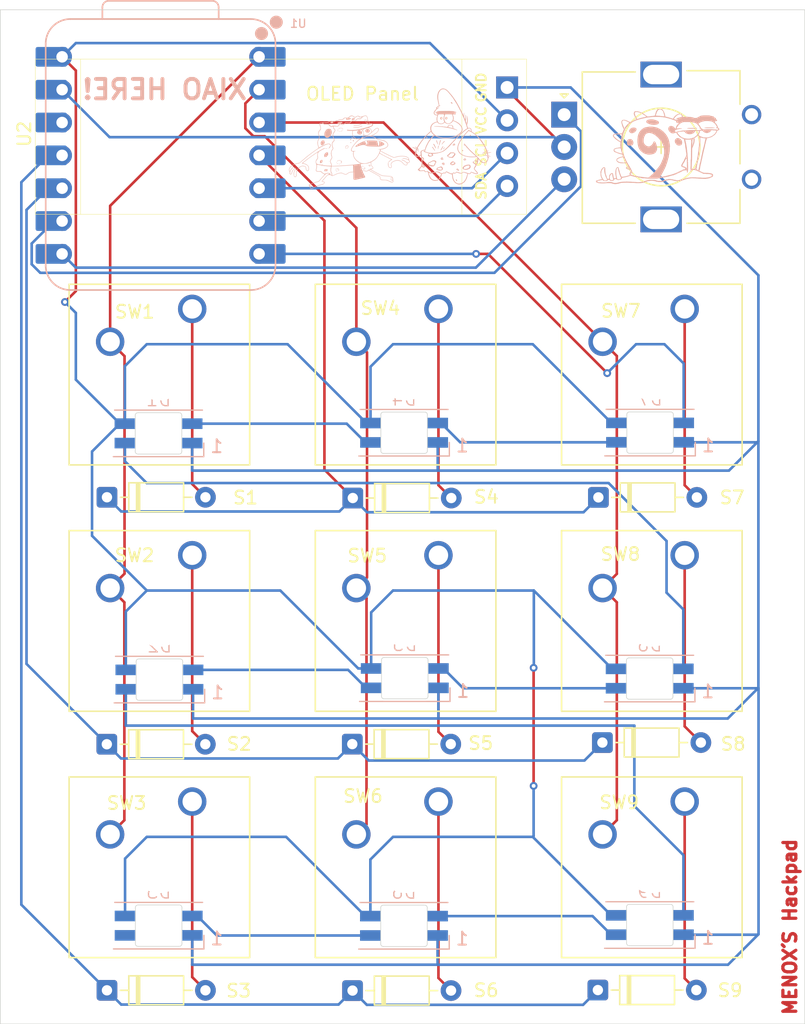
<source format=kicad_pcb>
(kicad_pcb (version 20241229) (generator "pcbnew") (generator_version "9.0")
  (layers (0 "F.Cu" signal) (2 "B.Cu" signal) (13 "F.Paste" user) (15 "B.Paste" user) (5 "F.SilkS" user "F.Silkscreen") (7 "B.SilkS" user "B.Silkscreen") (1 "F.Mask" user) (3 "B.Mask" user) (25 "Edge.Cuts" user))
  (net 0 "")
  (net 1 "RotEncB")
  (net 2 "RotEncA")
  (net 3 "SDA")
  (net 4 "SCL")
  (net 5 "Net-(D1-DIN)")
  (net 6 "Net-(D2-DIN)")
  (net 8 "Net-(D3-DIN)")
  (net 9 "Net-(D4-DIN)")
  (net 10 "Net-(D5-DIN)")
  (net 11 "Net-(D6-DIN)")
  (net 12 "Net-(D1-DOUT)")
  (net 13 "LEDS")
  (net 14 "GND")
  (net 15 "VBUS")
  (net 16 "Net-(D2-DOUT)")
  (net 17 "ROW1")
  (net 18 "Net-(S1-A)")
  (net 19 "ROW2")
  (net 20 "Net-(S2-A)")
  (net 21 "ROW3")
  (net 22 "Net-(S3-A)")
  (net 23 "Net-(S4-A)")
  (net 24 "Net-(S5-A)")
  (net 25 "Net-(S6-A)")
  (net 26 "Net-(S7-A)")
  (net 27 "Net-(S8-A)")
  (net 28 "Net-(S9-A)")
  (net 29 "COL1")
  (net 30 "COL2")
  (net 31 "COL3")
  (net 32 "+3V3")
  (footprint "Diode_THT:D_DO-35_SOD27_P7.62mm_Horizontal" (layer "F.Cu") (at 64.99 92.88)
    (property "Reference" "S2" (at 10.24 -0.02 0) (layer "F.SilkS"))
    (property "Value" "1N4148" (hide yes))
    (pad "1" thru_hole roundrect (at 0 0) (size 1.6 1.6) (drill 0.8) (layers "*.Cu" "*.Mask") (roundrect_rratio 0.15625) (net 19 "ROW2"))
    (pad "2" thru_hole circle (at 7.62 0) (size 1.6 1.6) (drill 0.8) (layers "*.Cu" "*.Mask") (net 20 "Net-(S2-A)"))
  )
  (footprint "Diode_THT:D_DO-35_SOD27_P7.62mm_Horizontal" (layer "F.Cu") (at 84.02 73.84)
    (property "Reference" "S4" (at 10.33 -0.09 0) (layer "F.SilkS"))
    (property "Value" "1N4148" (hide yes))
    (pad "1" thru_hole roundrect (at 0 0) (size 1.6 1.6) (drill 0.8) (layers "*.Cu" "*.Mask") (roundrect_rratio 0.15625) (net 17 "ROW1"))
    (pad "2" thru_hole circle (at 7.62 0) (size 1.6 1.6) (drill 0.8) (layers "*.Cu" "*.Mask") (net 23 "Net-(S4-A)"))
  )
  (footprint "oled:SSD1306-0.91-OLED-4pin-128x32" (layer "F.Cu") (at 59.46 39.9)
    (property "Reference" "U2" (at -0.85 5.78 90) (layer "F.SilkS"))
    (property "Value" "OLED_0.96_I2C" (hide yes))
    (fp_text user "VCC" (at 34.5 4.73 270) (layer "F.SilkS") (effects (font (size 0.75 0.75))))
    (fp_text user "OLED Panel" (at 25.3 2.68 0) (layer "F.SilkS"))
    (fp_text user "SDA" (at 34.5 9.81 270) (layer "F.SilkS") (effects (font (size 0.75 0.75))))
    (fp_text user "SCL" (at 34.5 7.27 270) (layer "F.SilkS") (effects (font (size 0.75 0.75))))
    (fp_text user "GND" (at 34.5 2.19 270) (layer "F.SilkS") (effects (font (size 0.75 0.75))))
    (pad "1" thru_hole rect (at 36.5 2.19) (size 1.7 1.7) (drill 1) (layers "*.Cu" "*.Mask") (net 14 "GND"))
    (pad "2" thru_hole oval (at 36.5 4.73) (size 1.7 1.7) (drill 1) (layers "*.Cu" "*.Mask") (net 15 "VBUS"))
    (pad "3" thru_hole oval (at 36.5 7.27) (size 1.7 1.7) (drill 1) (layers "*.Cu" "*.Mask") (net 3 "SDA"))
    (pad "4" thru_hole oval (at 36.5 9.81) (size 1.7 1.7) (drill 1) (layers "*.Cu" "*.Mask") (net 4 "SCL"))
  )
  (footprint "Diode_THT:D_DO-35_SOD27_P7.62mm_Horizontal" (layer "F.Cu") (at 65 111.91)
    (property "Reference" "S3" (at 10.19 0.03 0) (layer "F.SilkS"))
    (property "Value" "1N4148" (hide yes))
    (pad "1" thru_hole roundrect (at 0 0) (size 1.6 1.6) (drill 0.8) (layers "*.Cu" "*.Mask") (roundrect_rratio 0.15625) (net 21 "ROW3"))
    (pad "2" thru_hole circle (at 7.62 0) (size 1.6 1.6) (drill 0.8) (layers "*.Cu" "*.Mask") (net 22 "Net-(S3-A)"))
  )
  (footprint "Diode_THT:D_DO-35_SOD27_P7.62mm_Horizontal" (layer "F.Cu") (at 83.98 92.87)
    (property "Reference" "S5" (at 9.94 -0.07 0) (layer "F.SilkS"))
    (property "Value" "1N4148" (hide yes))
    (pad "1" thru_hole roundrect (at 0 0) (size 1.6 1.6) (drill 0.8) (layers "*.Cu" "*.Mask") (roundrect_rratio 0.15625) (net 19 "ROW2"))
    (pad "2" thru_hole circle (at 7.62 0) (size 1.6 1.6) (drill 0.8) (layers "*.Cu" "*.Mask") (net 24 "Net-(S5-A)"))
  )
  (footprint "Diode_THT:D_DO-35_SOD27_P7.62mm_Horizontal" (layer "F.Cu") (at 103.02 73.79)
    (property "Reference" "S7" (at 10.35 0.01 0) (layer "F.SilkS"))
    (property "Value" "1N4148" (hide yes))
    (pad "1" thru_hole roundrect (at 0 0) (size 1.6 1.6) (drill 0.8) (layers "*.Cu" "*.Mask") (roundrect_rratio 0.15625) (net 17 "ROW1"))
    (pad "2" thru_hole circle (at 7.62 0) (size 1.6 1.6) (drill 0.8) (layers "*.Cu" "*.Mask") (net 26 "Net-(S7-A)"))
  )
  (footprint "Button_Switch_Keyboard:SW_Cherry_MX_1.00u_PCB" (layer "F.Cu") (at 71.59625 97.31375)
    (property "Reference" "SW3" (at -5.07625 0.11625 0) (layer "F.SilkS"))
    (property "Value" "SW_Push")
    (pad "" np_thru_hole circle (at -7.62 5.08) (size 1.7 1.7) (drill 1.7) (layers "*.Cu" "*.Mask"))
    (pad "" np_thru_hole circle (at -2.54 5.08) (size 4 4) (drill 4) (layers "*.Cu" "*.Mask"))
    (pad "" np_thru_hole circle (at 2.54 5.08) (size 1.7 1.7) (drill 1.7) (layers "*.Cu" "*.Mask"))
    (pad "1" thru_hole circle (at 0 0) (size 2.2 2.2) (drill 1.5) (layers "*.Cu" "*.Mask") (net 22 "Net-(S3-A)"))
    (pad "2" thru_hole circle (at -6.35 2.54) (size 2.2 2.2) (drill 1.5) (layers "*.Cu" "*.Mask") (net 29 "COL1"))
  )
  (footprint "Button_Switch_Keyboard:SW_Cherry_MX_1.00u_PCB" (layer "F.Cu") (at 90.64625 97.31375)
    (property "Reference" "SW6" (at -5.83625 -0.42375 0) (layer "F.SilkS"))
    (property "Value" "SW_Push")
    (pad "" np_thru_hole circle (at -7.62 5.08) (size 1.7 1.7) (drill 1.7) (layers "*.Cu" "*.Mask"))
    (pad "" np_thru_hole circle (at -2.54 5.08) (size 4 4) (drill 4) (layers "*.Cu" "*.Mask"))
    (pad "" np_thru_hole circle (at 2.54 5.08) (size 1.7 1.7) (drill 1.7) (layers "*.Cu" "*.Mask"))
    (pad "1" thru_hole circle (at 0 0) (size 2.2 2.2) (drill 1.5) (layers "*.Cu" "*.Mask") (net 25 "Net-(S6-A)"))
    (pad "2" thru_hole circle (at -6.35 2.54) (size 2.2 2.2) (drill 1.5) (layers "*.Cu" "*.Mask") (net 30 "COL2"))
  )
  (footprint "Button_Switch_Keyboard:SW_Cherry_MX_1.00u_PCB" (layer "F.Cu") (at 71.59625 59.21375)
    (property "Reference" "SW1" (at -4.44625 0.22625 0) (layer "F.SilkS"))
    (property "Value" "SW_Push")
    (pad "" np_thru_hole circle (at -7.62 5.08) (size 1.7 1.7) (drill 1.7) (layers "*.Cu" "*.Mask"))
    (pad "" np_thru_hole circle (at -2.54 5.08) (size 4 4) (drill 4) (layers "*.Cu" "*.Mask"))
    (pad "" np_thru_hole circle (at 2.54 5.08) (size 1.7 1.7) (drill 1.7) (layers "*.Cu" "*.Mask"))
    (pad "1" thru_hole circle (at 0 0) (size 2.2 2.2) (drill 1.5) (layers "*.Cu" "*.Mask") (net 18 "Net-(S1-A)"))
    (pad "2" thru_hole circle (at -6.35 2.54) (size 2.2 2.2) (drill 1.5) (layers "*.Cu" "*.Mask") (net 29 "COL1"))
  )
  (footprint "Button_Switch_Keyboard:SW_Cherry_MX_1.00u_PCB" (layer "F.Cu") (at 71.59625 78.26375)
    (property "Reference" "SW2" (at -4.46625 0.00625 0) (layer "F.SilkS"))
    (property "Value" "SW_Push" (hide yes))
    (pad "" np_thru_hole circle (at -7.62 5.08) (size 1.7 1.7) (drill 1.7) (layers "*.Cu" "*.Mask"))
    (pad "" np_thru_hole circle (at -2.54 5.08) (size 4 4) (drill 4) (layers "*.Cu" "*.Mask"))
    (pad "" np_thru_hole circle (at 2.54 5.08) (size 1.7 1.7) (drill 1.7) (layers "*.Cu" "*.Mask"))
    (pad "1" thru_hole circle (at 0 0) (size 2.2 2.2) (drill 1.5) (layers "*.Cu" "*.Mask") (net 20 "Net-(S2-A)"))
    (pad "2" thru_hole circle (at -6.35 2.54) (size 2.2 2.2) (drill 1.5) (layers "*.Cu" "*.Mask") (net 29 "COL1"))
  )
  (footprint "Diode_THT:D_DO-35_SOD27_P7.62mm_Horizontal" (layer "F.Cu") (at 65 73.78)
    (property "Reference" "S1" (at 10.72 0.03 0) (layer "F.SilkS"))
    (property "Value" "1N4148" (hide yes))
    (pad "1" thru_hole roundrect (at 0 0) (size 1.6 1.6) (drill 0.8) (layers "*.Cu" "*.Mask") (roundrect_rratio 0.15625) (net 17 "ROW1"))
    (pad "2" thru_hole circle (at 7.62 0) (size 1.6 1.6) (drill 0.8) (layers "*.Cu" "*.Mask") (net 18 "Net-(S1-A)"))
  )
  (footprint "Button_Switch_Keyboard:SW_Cherry_MX_1.00u_PCB" (layer "F.Cu") (at 109.69625 59.21375)
    (property "Reference" "SW7" (at -4.93625 0.15625 0) (layer "F.SilkS"))
    (property "Value" "SW_Push")
    (pad "" np_thru_hole circle (at -7.62 5.08) (size 1.7 1.7) (drill 1.7) (layers "*.Cu" "*.Mask"))
    (pad "" np_thru_hole circle (at -2.54 5.08) (size 4 4) (drill 4) (layers "*.Cu" "*.Mask"))
    (pad "" np_thru_hole circle (at 2.54 5.08) (size 1.7 1.7) (drill 1.7) (layers "*.Cu" "*.Mask"))
    (pad "1" thru_hole circle (at 0 0) (size 2.2 2.2) (drill 1.5) (layers "*.Cu" "*.Mask") (net 26 "Net-(S7-A)"))
    (pad "2" thru_hole circle (at -6.35 2.54) (size 2.2 2.2) (drill 1.5) (layers "*.Cu" "*.Mask") (net 31 "COL3"))
  )
  (footprint "Rotary_Encoder:RotaryEncoder_Alps_EC11E_Vertical_H20mm" (layer "F.Cu") (at 100.375 44.19)
    (property "Reference" "SW10" (hide yes))
    (property "Value" "RotaryEncoder")
    (pad "" thru_hole circle (at 14.5 0) (size 1.5 1.5) (drill 1) (layers "*.Cu" "*.Mask"))
    (pad "" thru_hole circle (at 14.5 5) (size 1.5 1.5) (drill 1) (layers "*.Cu" "*.Mask"))
    (pad "A" thru_hole rect (at 0 0) (size 2 2) (drill 1) (layers "*.Cu" "*.Mask") (net 2 "RotEncA"))
    (pad "B" thru_hole circle (at 0 5) (size 2 2) (drill 1) (layers "*.Cu" "*.Mask") (net 1 "RotEncB"))
    (pad "C" thru_hole circle (at 0 2.5) (size 2 2) (drill 1) (layers "*.Cu" "*.Mask") (net 14 "GND"))
    (pad "MP" thru_hole rect (at 7.5 -3.1) (size 3.2 2) (drill oval 2.8 1.5) (layers "*.Cu" "*.Mask"))
    (pad "MP" thru_hole rect (at 7.5 8.1) (size 3.2 2) (drill oval 2.8 1.5) (layers "*.Cu" "*.Mask"))
  )
  (footprint "Diode_THT:D_DO-35_SOD27_P7.62mm_Horizontal" (layer "F.Cu") (at 103.33 92.75)
    (property "Reference" "S8" (at 10.12 0.11 0) (layer "F.SilkS"))
    (property "Value" "1N4148" (hide yes))
    (pad "1" thru_hole roundrect (at 0 0) (size 1.6 1.6) (drill 0.8) (layers "*.Cu" "*.Mask") (roundrect_rratio 0.15625) (net 19 "ROW2"))
    (pad "2" thru_hole circle (at 7.62 0) (size 1.6 1.6) (drill 0.8) (layers "*.Cu" "*.Mask") (net 27 "Net-(S8-A)"))
  )
  (footprint "Diode_THT:D_DO-35_SOD27_P7.62mm_Horizontal" (layer "F.Cu") (at 84 111.93)
    (property "Reference" "S6" (at 10.34 -0.02 0) (layer "F.SilkS"))
    (property "Value" "1N4148" (hide yes))
    (pad "1" thru_hole roundrect (at 0 0) (size 1.6 1.6) (drill 0.8) (layers "*.Cu" "*.Mask") (roundrect_rratio 0.15625) (net 21 "ROW3"))
    (pad "2" thru_hole circle (at 7.62 0) (size 1.6 1.6) (drill 0.8) (layers "*.Cu" "*.Mask") (net 25 "Net-(S6-A)"))
  )
  (footprint "Button_Switch_Keyboard:SW_Cherry_MX_1.00u_PCB" (layer "F.Cu") (at 109.69625 78.26375)
    (property "Reference" "SW8" (at -4.96625 -0.08375 0) (layer "F.SilkS"))
    (property "Value" "SW_Push" (hide yes))
    (pad "" np_thru_hole circle (at -7.62 5.08) (size 1.7 1.7) (drill 1.7) (layers "*.Cu" "*.Mask"))
    (pad "" np_thru_hole circle (at -2.54 5.08) (size 4 4) (drill 4) (layers "*.Cu" "*.Mask"))
    (pad "" np_thru_hole circle (at 2.54 5.08) (size 1.7 1.7) (drill 1.7) (layers "*.Cu" "*.Mask"))
    (pad "1" thru_hole circle (at 0 0) (size 2.2 2.2) (drill 1.5) (layers "*.Cu" "*.Mask") (net 27 "Net-(S8-A)"))
    (pad "2" thru_hole circle (at -6.35 2.54) (size 2.2 2.2) (drill 1.5) (layers "*.Cu" "*.Mask") (net 31 "COL3"))
  )
  (footprint "Button_Switch_Keyboard:SW_Cherry_MX_1.00u_PCB" (layer "F.Cu") (at 90.64625 59.21375)
    (property "Reference" "SW4" (at -4.48625 -0.05375 0) (layer "F.SilkS"))
    (property "Value" "SW_Push")
    (pad "" np_thru_hole circle (at -7.62 5.08) (size 1.7 1.7) (drill 1.7) (layers "*.Cu" "*.Mask"))
    (pad "" np_thru_hole circle (at -2.54 5.08) (size 4 4) (drill 4) (layers "*.Cu" "*.Mask"))
    (pad "" np_thru_hole circle (at 2.54 5.08) (size 1.7 1.7) (drill 1.7) (layers "*.Cu" "*.Mask"))
    (pad "1" thru_hole circle (at 0 0) (size 2.2 2.2) (drill 1.5) (layers "*.Cu" "*.Mask") (net 23 "Net-(S4-A)"))
    (pad "2" thru_hole circle (at -6.35 2.54) (size 2.2 2.2) (drill 1.5) (layers "*.Cu" "*.Mask") (net 30 "COL2"))
  )
  (footprint "Button_Switch_Keyboard:SW_Cherry_MX_1.00u_PCB" (layer "F.Cu") (at 109.69625 97.31375)
    (property "Reference" "SW9" (at -5.06625 0.06625 0) (layer "F.SilkS"))
    (property "Value" "SW_Push")
    (pad "" np_thru_hole circle (at -7.62 5.08) (size 1.7 1.7) (drill 1.7) (layers "*.Cu" "*.Mask"))
    (pad "" np_thru_hole circle (at -2.54 5.08) (size 4 4) (drill 4) (layers "*.Cu" "*.Mask"))
    (pad "" np_thru_hole circle (at 2.54 5.08) (size 1.7 1.7) (drill 1.7) (layers "*.Cu" "*.Mask"))
    (pad "1" thru_hole circle (at 0 0) (size 2.2 2.2) (drill 1.5) (layers "*.Cu" "*.Mask") (net 28 "Net-(S9-A)"))
    (pad "2" thru_hole circle (at -6.35 2.54) (size 2.2 2.2) (drill 1.5) (layers "*.Cu" "*.Mask") (net 31 "COL3"))
  )
  (footprint "Button_Switch_Keyboard:SW_Cherry_MX_1.00u_PCB" (layer "F.Cu") (at 90.64625 78.26375)
    (property "Reference" "SW5" (at -5.50625 0.03625 0) (layer "F.SilkS"))
    (property "Value" "SW_Push")
    (pad "" np_thru_hole circle (at -7.62 5.08) (size 1.7 1.7) (drill 1.7) (layers "*.Cu" "*.Mask"))
    (pad "" np_thru_hole circle (at -2.54 5.08) (size 4 4) (drill 4) (layers "*.Cu" "*.Mask"))
    (pad "" np_thru_hole circle (at 2.54 5.08) (size 1.7 1.7) (drill 1.7) (layers "*.Cu" "*.Mask"))
    (pad "1" thru_hole circle (at 0 0) (size 2.2 2.2) (drill 1.5) (layers "*.Cu" "*.Mask") (net 24 "Net-(S5-A)"))
    (pad "2" thru_hole circle (at -6.35 2.54) (size 2.2 2.2) (drill 1.5) (layers "*.Cu" "*.Mask") (net 30 "COL2"))
  )
  (footprint "Diode_THT:D_DO-35_SOD27_P7.62mm_Horizontal" (layer "F.Cu") (at 102.98 111.89)
    (property "Reference" "S9" (at 10.23 0.02 0) (layer "F.SilkS"))
    (property "Value" "1N4148" (hide yes))
    (pad "1" thru_hole roundrect (at 0 0) (size 1.6 1.6) (drill 0.8) (layers "*.Cu" "*.Mask") (roundrect_rratio 0.15625) (net 21 "ROW3"))
    (pad "2" thru_hole circle (at 7.62 0) (size 1.6 1.6) (drill 0.8) (layers "*.Cu" "*.Mask") (net 28 "Net-(S9-A)"))
  )
  (footprint "led:LED_SK6812MINI-E_PLCC4_3.2x2.8mm_P1.5mm" (layer "B.Cu") (at 106.99 87.8 180)
    (property "Reference" "D8" (at 0 2.6 0) (layer "B.SilkS") (effects (font (thickness 0.1)) (justify mirror)))
    (property "Value" "SK6812MINI" (hide yes))
    (fp_line (start 1.8 1.4) (end 1.8 -1.4) (stroke (width 0.05)) (layer "Edge.Cuts"))
    (fp_line (start -1.6 1.6) (end 1.6 1.6) (stroke (width 0.05)) (layer "Edge.Cuts"))
    (fp_line (start -1.6 -1.6) (end 1.6 -1.6) (stroke (width 0.05)) (layer "Edge.Cuts"))
    (fp_line (start -1.8 1.4) (end -1.8 -1.4) (stroke (width 0.05)) (layer "Edge.Cuts"))
    (fp_arc (start 1.8 1.4) (mid 1.741421 1.541421) (end 1.6 1.6) (stroke (width 0.05)) (layer "Edge.Cuts"))
    (fp_arc (start 1.6 -1.6) (mid 1.741421 -1.541421) (end 1.8 -1.4) (stroke (width 0.05)) (layer "Edge.Cuts"))
    (fp_arc (start -1.6 1.6) (mid -1.741421 1.541421) (end -1.8 1.4) (stroke (width 0.05)) (layer "Edge.Cuts"))
    (fp_arc (start -1.8 -1.4) (mid -1.741421 -1.541421) (end -1.6 -1.6) (stroke (width 0.05)) (layer "Edge.Cuts"))
    (fp_text user "1" (at -4.5 -1 0) (layer "B.SilkS") (effects (justify mirror)))
    (pad "1" smd rect (at -2.6 -0.75 180) (size 1.6 0.82) (layers "B.Cu" "B.Mask" "B.Paste") (net 14 "GND"))
    (pad "2" smd rect (at -2.6 0.75 180) (size 1.6 0.82) (layers "B.Cu" "B.Mask" "B.Paste") (net 12 "Net-(D1-DOUT)"))
    (pad "3" smd rect (at 2.6 0.75 180) (size 1.6 0.82) (layers "B.Cu" "B.Mask" "B.Paste") (net 15 "VBUS"))
    (pad "4" smd rect (at 2.6 -0.75 180) (size 1.6 0.82) (layers "B.Cu" "B.Mask" "B.Paste") (net 10 "Net-(D5-DIN)"))
  )
  (footprint "led:patrick" (layer "B.Cu") (at 91.68 45.88 180)
    (property "Reference" "G***" (hide yes))
    (property "Value" "LOGO" (hide yes))
  )
  (footprint "led:LED_SK6812MINI-E_PLCC4_3.2x2.8mm_P1.5mm" (layer "B.Cu") (at 87.99 68.79 180)
    (property "Reference" "D4" (at 0 2.6 0) (layer "B.SilkS") (effects (font (thickness 0.1)) (justify mirror)))
    (property "Value" "SK6812MINI" (hide yes))
    (fp_line (start 1.8 1.4) (end 1.8 -1.4) (stroke (width 0.05)) (layer "Edge.Cuts"))
    (fp_line (start -1.6 1.6) (end 1.6 1.6) (stroke (width 0.05)) (layer "Edge.Cuts"))
    (fp_line (start -1.6 -1.6) (end 1.6 -1.6) (stroke (width 0.05)) (layer "Edge.Cuts"))
    (fp_line (start -1.8 1.4) (end -1.8 -1.4) (stroke (width 0.05)) (layer "Edge.Cuts"))
    (fp_arc (start 1.8 1.4) (mid 1.741421 1.541421) (end 1.6 1.6) (stroke (width 0.05)) (layer "Edge.Cuts"))
    (fp_arc (start 1.6 -1.6) (mid 1.741421 -1.541421) (end 1.8 -1.4) (stroke (width 0.05)) (layer "Edge.Cuts"))
    (fp_arc (start -1.6 1.6) (mid -1.741421 1.541421) (end -1.8 1.4) (stroke (width 0.05)) (layer "Edge.Cuts"))
    (fp_arc (start -1.8 -1.4) (mid -1.741421 -1.541421) (end -1.6 -1.6) (stroke (width 0.05)) (layer "Edge.Cuts"))
    (fp_text user "1" (at -4.5 -1 0) (layer "B.SilkS") (effects (justify mirror)))
    (pad "1" smd rect (at -2.6 -0.75 180) (size 1.6 0.82) (layers "B.Cu" "B.Mask" "B.Paste") (net 14 "GND"))
    (pad "2" smd rect (at -2.6 0.75 180) (size 1.6 0.82) (layers "B.Cu" "B.Mask" "B.Paste") (net 9 "Net-(D4-DIN)"))
    (pad "3" smd rect (at 2.6 0.75 180) (size 1.6 0.82) (layers "B.Cu" "B.Mask" "B.Paste") (net 15 "VBUS"))
    (pad "4" smd rect (at 2.6 -0.75 180) (size 1.6 0.82) (layers "B.Cu" "B.Mask" "B.Paste") (net 5 "Net-(D1-DIN)"))
  )
  (footprint "led:spongebob" (layer "B.Cu") (at 83.75 47.09 180)
    (property "Reference" "G***" (hide yes))
    (property "Value" "LOGO" (hide yes))
  )
  (footprint "OPL_XIAO-Family:XIAO-RP2040-DIP" (layer "B.Cu") (at 69.15 47.34 180)
    (property "Reference" "U1" (at -10.65 10.19 0) (layer "B.SilkS") (effects (font (size 0.635 0.635) (thickness 0.1016)) (justify mirror)))
    (property "Value" "XIAO-RP2040-DIP")
    (pad "1" smd roundrect (at -8.455 7.62) (size 2.432 1.524) (layers "B.Cu" "B.Mask") (roundrect_rratio 0.1) (net 29 "COL1"))
    (pad "1" thru_hole circle (at -7.62 7.62) (size 1.524 1.524) (drill 0.889) (layers "*.Cu" "*.Mask") (net 29 "COL1"))
    (pad "2" smd roundrect (at -8.455 5.08) (size 2.432 1.524) (layers "B.Cu" "B.Mask") (roundrect_rratio 0.1) (net 30 "COL2"))
    (pad "2" thru_hole circle (at -7.62 5.08) (size 1.524 1.524) (drill 0.889) (layers "*.Cu" "*.Mask") (net 30 "COL2"))
    (pad "3" smd roundrect (at -8.455 2.54) (size 2.432 1.524) (layers "B.Cu" "B.Mask") (roundrect_rratio 0.1) (net 31 "COL3"))
    (pad "3" thru_hole circle (at -7.62 2.54) (size 1.524 1.524) (drill 0.889) (layers "*.Cu" "*.Mask") (net 31 "COL3"))
    (pad "4" smd roundrect (at -8.455 0) (size 2.432 1.524) (layers "B.Cu" "B.Mask") (roundrect_rratio 0.1) (net 17 "ROW1"))
    (pad "4" thru_hole circle (at -7.62 0) (size 1.524 1.524) (drill 0.889) (layers "*.Cu" "*.Mask") (net 17 "ROW1"))
    (pad "5" smd roundrect (at -8.455 -2.54) (size 2.432 1.524) (layers "B.Cu" "B.Mask") (roundrect_rratio 0.1) (net 3 "SDA"))
    (pad "5" thru_hole circle (at -7.62 -2.54) (size 1.524 1.524) (drill 0.889) (layers "*.Cu" "*.Mask") (net 3 "SDA"))
    (pad "6" smd roundrect (at -8.455 -5.08) (size 2.432 1.524) (layers "B.Cu" "B.Mask") (roundrect_rratio 0.1) (net 4 "SCL"))
    (pad "6" thru_hole circle (at -7.62 -5.08) (size 1.524 1.524) (drill 0.889) (layers "*.Cu" "*.Mask") (net 4 "SCL"))
    (pad "7" smd roundrect (at -8.455 -7.62) (size 2.432 1.524) (layers "B.Cu" "B.Mask") (roundrect_rratio 0.1) (net 13 "LEDS"))
    (pad "7" thru_hole circle (at -7.62 -7.62) (size 1.524 1.524) (drill 0.889) (layers "*.Cu" "*.Mask") (net 13 "LEDS"))
    (pad "8" thru_hole circle (at 7.62 -7.62 180) (size 1.524 1.524) (drill 0.889) (layers "*.Cu" "*.Mask") (net 1 "RotEncB"))
    (pad "8" smd roundrect (at 8.455 -7.62 180) (size 2.432 1.524) (layers "B.Cu" "B.Mask") (roundrect_rratio 0.1) (net 1 "RotEncB"))
    (pad "9" thru_hole circle (at 7.62 -5.08 180) (size 1.524 1.524) (drill 0.889) (layers "*.Cu" "*.Mask") (net 2 "RotEncA"))
    (pad "9" smd roundrect (at 8.455 -5.08 180) (size 2.432 1.524) (layers "B.Cu" "B.Mask") (roundrect_rratio 0.1) (net 2 "RotEncA"))
    (pad "10" thru_hole circle (at 7.62 -2.54 180) (size 1.524 1.524) (drill 0.889) (layers "*.Cu" "*.Mask") (net 19 "ROW2"))
    (pad "10" smd roundrect (at 8.455 -2.54 180) (size 2.432 1.524) (layers "B.Cu" "B.Mask") (roundrect_rratio 0.1) (net 19 "ROW2"))
    (pad "11" thru_hole circle (at 7.62 0 180) (size 1.524 1.524) (drill 0.889) (layers "*.Cu" "*.Mask") (net 21 "ROW3"))
    (pad "11" smd roundrect (at 8.455 0 180) (size 2.432 1.524) (layers "B.Cu" "B.Mask") (roundrect_rratio 0.1) (net 21 "ROW3"))
    (pad "12" thru_hole circle (at 7.62 2.54 180) (size 1.524 1.524) (drill 0.889) (layers "*.Cu" "*.Mask") (net 32 "+3V3"))
    (pad "12" smd roundrect (at 8.455 2.54 180) (size 2.432 1.524) (layers "B.Cu" "B.Mask") (roundrect_rratio 0.1) (net 32 "+3V3"))
    (pad "13" thru_hole circle (at 7.62 5.08 180) (size 1.524 1.524) (drill 0.889) (layers "*.Cu" "*.Mask") (net 14 "GND"))
    (pad "13" smd roundrect (at 8.455 5.08 180) (size 2.432 1.524) (layers "B.Cu" "B.Mask") (roundrect_rratio 0.1) (net 14 "GND"))
    (pad "14" thru_hole circle (at 7.62 7.62 180) (size 1.524 1.524) (drill 0.889) (layers "*.Cu" "*.Mask") (net 15 "VBUS"))
    (pad "14" smd roundrect (at 8.455 7.62 180) (size 2.432 1.524) (layers "B.Cu" "B.Mask") (roundrect_rratio 0.1) (net 15 "VBUS"))
  )
  (footprint "led:LED_SK6812MINI-E_PLCC4_3.2x2.8mm_P1.5mm" (layer "B.Cu") (at 107.02 68.78 180)
    (property "Reference" "D7" (at 0 2.6 0) (layer "B.SilkS") (effects (font (thickness 0.1)) (justify mirror)))
    (property "Value" "SK6812MINI" (hide yes))
    (fp_line (start 1.8 1.4) (end 1.8 -1.4) (stroke (width 0.05)) (layer "Edge.Cuts"))
    (fp_line (start -1.6 1.6) (end 1.6 1.6) (stroke (width 0.05)) (layer "Edge.Cuts"))
    (fp_line (start -1.6 -1.6) (end 1.6 -1.6) (stroke (width 0.05)) (layer "Edge.Cuts"))
    (fp_line (start -1.8 1.4) (end -1.8 -1.4) (stroke (width 0.05)) (layer "Edge.Cuts"))
    (fp_arc (start 1.8 1.4) (mid 1.741421 1.541421) (end 1.6 1.6) (stroke (width 0.05)) (layer "Edge.Cuts"))
    (fp_arc (start 1.6 -1.6) (mid 1.741421 -1.541421) (end 1.8 -1.4) (stroke (width 0.05)) (layer "Edge.Cuts"))
    (fp_arc (start -1.6 1.6) (mid -1.741421 1.541421) (end -1.8 1.4) (stroke (width 0.05)) (layer "Edge.Cuts"))
    (fp_arc (start -1.8 -1.4) (mid -1.741421 -1.541421) (end -1.6 -1.6) (stroke (width 0.05)) (layer "Edge.Cuts"))
    (fp_text user "1" (at -4.5 -1 0) (layer "B.SilkS") (effects (justify mirror)))
    (pad "1" smd rect (at -2.6 -0.75 180) (size 1.6 0.82) (layers "B.Cu" "B.Mask" "B.Paste") (net 14 "GND"))
    (pad "2" smd rect (at -2.6 0.75 180) (size 1.6 0.82) (layers "B.Cu" "B.Mask" "B.Paste") (net 13 "LEDS"))
    (pad "3" smd rect (at 2.6 0.75 180) (size 1.6 0.82) (layers "B.Cu" "B.Mask" "B.Paste") (net 15 "VBUS"))
    (pad "4" smd rect (at 2.6 -0.75 180) (size 1.6 0.82) (layers "B.Cu" "B.Mask" "B.Paste") (net 9 "Net-(D4-DIN)"))
  )
  (footprint "led:LED_SK6812MINI-E_PLCC4_3.2x2.8mm_P1.5mm" (layer "B.Cu") (at 88.04 87.77 180)
    (property "Reference" "D5" (at 0 2.6 0) (layer "B.SilkS") (effects (font (thickness 0.1)) (justify mirror)))
    (property "Value" "SK6812MINI" (hide yes))
    (fp_line (start 1.8 1.4) (end 1.8 -1.4) (stroke (width 0.05)) (layer "Edge.Cuts"))
    (fp_line (start -1.6 1.6) (end 1.6 1.6) (stroke (width 0.05)) (layer "Edge.Cuts"))
    (fp_line (start -1.6 -1.6) (end 1.6 -1.6) (stroke (width 0.05)) (layer "Edge.Cuts"))
    (fp_line (start -1.8 1.4) (end -1.8 -1.4) (stroke (width 0.05)) (layer "Edge.Cuts"))
    (fp_arc (start 1.8 1.4) (mid 1.741421 1.541421) (end 1.6 1.6) (stroke (width 0.05)) (layer "Edge.Cuts"))
    (fp_arc (start 1.6 -1.6) (mid 1.741421 -1.541421) (end 1.8 -1.4) (stroke (width 0.05)) (layer "Edge.Cuts"))
    (fp_arc (start -1.6 1.6) (mid -1.741421 1.541421) (end -1.8 1.4) (stroke (width 0.05)) (layer "Edge.Cuts"))
    (fp_arc (start -1.8 -1.4) (mid -1.741421 -1.541421) (end -1.6 -1.6) (stroke (width 0.05)) (layer "Edge.Cuts"))
    (fp_text user "1" (at -4.5 -1 0) (layer "B.SilkS") (effects (justify mirror)))
    (pad "1" smd rect (at -2.6 -0.75 180) (size 1.6 0.82) (layers "B.Cu" "B.Mask" "B.Paste") (net 14 "GND"))
    (pad "2" smd rect (at -2.6 0.75 180) (size 1.6 0.82) (layers "B.Cu" "B.Mask" "B.Paste") (net 10 "Net-(D5-DIN)"))
    (pad "3" smd rect (at 2.6 0.75 180) (size 1.6 0.82) (layers "B.Cu" "B.Mask" "B.Paste") (net 15 "VBUS"))
    (pad "4" smd rect (at 2.6 -0.75 180) (size 1.6 0.82) (layers "B.Cu" "B.Mask" "B.Paste") (net 6 "Net-(D2-DIN)"))
  )
  (footprint "led:LED_SK6812MINI-E_PLCC4_3.2x2.8mm_P1.5mm" (layer "B.Cu") (at 68.99 68.84 180)
    (property "Reference" "D1" (at 0 2.6 0) (layer "B.SilkS") (effects (font (thickness 0.1)) (justify mirror)))
    (property "Value" "SK6812MINI" (hide yes))
    (fp_line (start 1.8 1.4) (end 1.8 -1.4) (stroke (width 0.05)) (layer "Edge.Cuts"))
    (fp_line (start -1.6 1.6) (end 1.6 1.6) (stroke (width 0.05)) (layer "Edge.Cuts"))
    (fp_line (start -1.6 -1.6) (end 1.6 -1.6) (stroke (width 0.05)) (layer "Edge.Cuts"))
    (fp_line (start -1.8 1.4) (end -1.8 -1.4) (stroke (width 0.05)) (layer "Edge.Cuts"))
    (fp_arc (start 1.8 1.4) (mid 1.741421 1.541421) (end 1.6 1.6) (stroke (width 0.05)) (layer "Edge.Cuts"))
    (fp_arc (start 1.6 -1.6) (mid 1.741421 -1.541421) (end 1.8 -1.4) (stroke (width 0.05)) (layer "Edge.Cuts"))
    (fp_arc (start -1.6 1.6) (mid -1.741421 1.541421) (end -1.8 1.4) (stroke (width 0.05)) (layer "Edge.Cuts"))
    (fp_arc (start -1.8 -1.4) (mid -1.741421 -1.541421) (end -1.6 -1.6) (stroke (width 0.05)) (layer "Edge.Cuts"))
    (fp_text user "1" (at -4.5 -1 0) (layer "B.SilkS") (effects (justify mirror)))
    (pad "1" smd rect (at -2.6 -0.75 180) (size 1.6 0.82) (layers "B.Cu" "B.Mask" "B.Paste") (net 14 "GND"))
    (pad "2" smd rect (at -2.6 0.75 180) (size 1.6 0.82) (layers "B.Cu" "B.Mask" "B.Paste") (net 5 "Net-(D1-DIN)"))
    (pad "3" smd rect (at 2.6 0.75 180) (size 1.6 0.82) (layers "B.Cu" "B.Mask" "B.Paste") (net 15 "VBUS"))
    (pad "4" smd rect (at 2.6 -0.75 180) (size 1.6 0.82) (layers "B.Cu" "B.Mask" "B.Paste") (net 12 "Net-(D1-DOUT)"))
  )
  (footprint "led:jerry" (layer "B.Cu") (at 107.6 46.63 180)
    (property "Reference" "G***" (hide yes))
    (property "Value" "LOGO" (hide yes))
  )
  (footprint "led:LED_SK6812MINI-E_PLCC4_3.2x2.8mm_P1.5mm" (layer "B.Cu") (at 107 106.86 180)
    (property "Reference" "D9" (at 0 2.6 0) (layer "B.SilkS") (effects (font (thickness 0.1)) (justify mirror)))
    (property "Value" "SK6812MINI" (hide yes))
    (fp_line (start 1.8 1.4) (end 1.8 -1.4) (stroke (width 0.05)) (layer "Edge.Cuts"))
    (fp_line (start -1.6 1.6) (end 1.6 1.6) (stroke (width 0.05)) (layer "Edge.Cuts"))
    (fp_line (start -1.6 -1.6) (end 1.6 -1.6) (stroke (width 0.05)) (layer "Edge.Cuts"))
    (fp_line (start -1.8 1.4) (end -1.8 -1.4) (stroke (width 0.05)) (layer "Edge.Cuts"))
    (fp_arc (start 1.8 1.4) (mid 1.741421 1.541421) (end 1.6 1.6) (stroke (width 0.05)) (layer "Edge.Cuts"))
    (fp_arc (start 1.6 -1.6) (mid 1.741421 -1.541421) (end 1.8 -1.4) (stroke (width 0.05)) (layer "Edge.Cuts"))
    (fp_arc (start -1.6 1.6) (mid -1.741421 1.541421) (end -1.8 1.4) (stroke (width 0.05)) (layer "Edge.Cuts"))
    (fp_arc (start -1.8 -1.4) (mid -1.741421 -1.541421) (end -1.6 -1.6) (stroke (width 0.05)) (layer "Edge.Cuts"))
    (fp_text user "1" (at -4.5 -1 0) (layer "B.SilkS") (effects (justify mirror)))
    (pad "1" smd rect (at -2.6 -0.75 180) (size 1.6 0.82) (layers "B.Cu" "B.Mask" "B.Paste") (net 14 "GND"))
    (pad "2" smd rect (at -2.6 0.75 180) (size 1.6 0.82) (layers "B.Cu" "B.Mask" "B.Paste") (net 16 "Net-(D2-DOUT)"))
    (pad "3" smd rect (at 2.6 0.75 180) (size 1.6 0.82) (layers "B.Cu" "B.Mask" "B.Paste") (net 15 "VBUS"))
    (pad "4" smd rect (at 2.6 -0.75 180) (size 1.6 0.82) (layers "B.Cu" "B.Mask" "B.Paste") (net 11 "Net-(D6-DIN)"))
  )
  (footprint "led:LED_SK6812MINI-E_PLCC4_3.2x2.8mm_P1.5mm" (layer "B.Cu") (at 69 106.91 180)
    (property "Reference" "D3" (at 0 2.6 0) (layer "B.SilkS") (effects (font (thickness 0.1)) (justify mirror)))
    (property "Value" "SK6812MINI" (hide yes))
    (fp_line (start 1.8 1.4) (end 1.8 -1.4) (stroke (width 0.05)) (layer "Edge.Cuts"))
    (fp_line (start -1.6 1.6) (end 1.6 1.6) (stroke (width 0.05)) (layer "Edge.Cuts"))
    (fp_line (start -1.6 -1.6) (end 1.6 -1.6) (stroke (width 0.05)) (layer "Edge.Cuts"))
    (fp_line (start -1.8 1.4) (end -1.8 -1.4) (stroke (width 0.05)) (layer "Edge.Cuts"))
    (fp_arc (start 1.8 1.4) (mid 1.741421 1.541421) (end 1.6 1.6) (stroke (width 0.05)) (layer "Edge.Cuts"))
    (fp_arc (start 1.6 -1.6) (mid 1.741421 -1.541421) (end 1.8 -1.4) (stroke (width 0.05)) (layer "Edge.Cuts"))
    (fp_arc (start -1.6 1.6) (mid -1.741421 1.541421) (end -1.8 1.4) (stroke (width 0.05)) (layer "Edge.Cuts"))
    (fp_arc (start -1.8 -1.4) (mid -1.741421 -1.541421) (end -1.6 -1.6) (stroke (width 0.05)) (layer "Edge.Cuts"))
    (fp_text user "1" (at -4.5 -1 0) (layer "B.SilkS") (effects (justify mirror)))
    (pad "1" smd rect (at -2.6 -0.75 180) (size 1.6 0.82) (layers "B.Cu" "B.Mask" "B.Paste") (net 14 "GND"))
    (pad "2" smd rect (at -2.6 0.75 180) (size 1.6 0.82) (layers "B.Cu" "B.Mask" "B.Paste") (net 8 "Net-(D3-DIN)"))
    (pad "3" smd rect (at 2.6 0.75 180) (size 1.6 0.82) (layers "B.Cu" "B.Mask" "B.Paste") (net 15 "VBUS"))
    (pad "4" smd rect (at 2.6 -0.75 180) (size 1.6 0.82) (layers "B.Cu" "B.Mask" "B.Paste"))
  )
  (footprint "led:LED_SK6812MINI-E_PLCC4_3.2x2.8mm_P1.5mm" (layer "B.Cu") (at 69.06 87.88 180)
    (property "Reference" "D2" (at 0 2.6 0) (layer "B.SilkS") (effects (font (thickness 0.1)) (justify mirror)))
    (property "Value" "SK6812MINI" (hide yes))
    (fp_line (start 1.8 1.4) (end 1.8 -1.4) (stroke (width 0.05)) (layer "Edge.Cuts"))
    (fp_line (start -1.6 1.6) (end 1.6 1.6) (stroke (width 0.05)) (layer "Edge.Cuts"))
    (fp_line (start -1.6 -1.6) (end 1.6 -1.6) (stroke (width 0.05)) (layer "Edge.Cuts"))
    (fp_line (start -1.8 1.4) (end -1.8 -1.4) (stroke (width 0.05)) (layer "Edge.Cuts"))
    (fp_arc (start 1.8 1.4) (mid 1.741421 1.541421) (end 1.6 1.6) (stroke (width 0.05)) (layer "Edge.Cuts"))
    (fp_arc (start 1.6 -1.6) (mid 1.741421 -1.541421) (end 1.8 -1.4) (stroke (width 0.05)) (layer "Edge.Cuts"))
    (fp_arc (start -1.6 1.6) (mid -1.741421 1.541421) (end -1.8 1.4) (stroke (width 0.05)) (layer "Edge.Cuts"))
    (fp_arc (start -1.8 -1.4) (mid -1.741421 -1.541421) (end -1.6 -1.6) (stroke (width 0.05)) (layer "Edge.Cuts"))
    (fp_text user "1" (at -4.5 -1 0) (layer "B.SilkS") (effects (justify mirror)))
    (pad "1" smd rect (at -2.6 -0.75 180) (size 1.6 0.82) (layers "B.Cu" "B.Mask" "B.Paste") (net 14 "GND"))
    (pad "2" smd rect (at -2.6 0.75 180) (size 1.6 0.82) (layers "B.Cu" "B.Mask" "B.Paste") (net 6 "Net-(D2-DIN)"))
    (pad "3" smd rect (at 2.6 0.75 180) (size 1.6 0.82) (layers "B.Cu" "B.Mask" "B.Paste") (net 15 "VBUS"))
    (pad "4" smd rect (at 2.6 -0.75 180) (size 1.6 0.82) (layers "B.Cu" "B.Mask" "B.Paste") (net 16 "Net-(D2-DOUT)"))
  )
  (footprint "led:LED_SK6812MINI-E_PLCC4_3.2x2.8mm_P1.5mm" (layer "B.Cu") (at 87.98 106.92 180)
    (property "Reference" "D6" (at 0 2.6 0) (layer "B.SilkS") (effects (font (thickness 0.1)) (justify mirror)))
    (property "Value" "SK6812MINI" (hide yes))
    (fp_line (start 1.8 1.4) (end 1.8 -1.4) (stroke (width 0.05)) (layer "Edge.Cuts"))
    (fp_line (start -1.6 1.6) (end 1.6 1.6) (stroke (width 0.05)) (layer "Edge.Cuts"))
    (fp_line (start -1.6 -1.6) (end 1.6 -1.6) (stroke (width 0.05)) (layer "Edge.Cuts"))
    (fp_line (start -1.8 1.4) (end -1.8 -1.4) (stroke (width 0.05)) (layer "Edge.Cuts"))
    (fp_arc (start 1.8 1.4) (mid 1.741421 1.541421) (end 1.6 1.6) (stroke (width 0.05)) (layer "Edge.Cuts"))
    (fp_arc (start 1.6 -1.6) (mid 1.741421 -1.541421) (end 1.8 -1.4) (stroke (width 0.05)) (layer "Edge.Cuts"))
    (fp_arc (start -1.6 1.6) (mid -1.741421 1.541421) (end -1.8 1.4) (stroke (width 0.05)) (layer "Edge.Cuts"))
    (fp_arc (start -1.8 -1.4) (mid -1.741421 -1.541421) (end -1.6 -1.6) (stroke (width 0.05)) (layer "Edge.Cuts"))
    (fp_text user "1" (at -4.5 -1 0) (layer "B.SilkS") (effects (justify mirror)))
    (pad "1" smd rect (at -2.6 -0.75 180) (size 1.6 0.82) (layers "B.Cu" "B.Mask" "B.Paste") (net 14 "GND"))
    (pad "2" smd rect (at -2.6 0.75 180) (size 1.6 0.82) (layers "B.Cu" "B.Mask" "B.Paste") (net 11 "Net-(D6-DIN)"))
    (pad "3" smd rect (at 2.6 0.75 180) (size 1.6 0.82) (layers "B.Cu" "B.Mask" "B.Paste") (net 15 "VBUS"))
    (pad "4" smd rect (at 2.6 -0.75 180) (size 1.6 0.82) (layers "B.Cu" "B.Mask" "B.Paste") (net 8 "Net-(D3-DIN)"))
  )
  (gr_rect (start 56.75 36.08) (end 118.99 114.51) (stroke (width 0.05)) (fill no) (layer "Edge.Cuts"))
  (gr_text "MENOX´S Hackpad\n" (at 118.43 113.93 90) (layer "F.Cu") (effects (font (size 1 1) (thickness 0.25) (bold yes)) (justify left bottom)))
  (gr_text "XIAO HERE!" (at 75.99 43.13 0) (layer "B.SilkS") (effects (font (size 1.5 1.5) (thickness 0.3) (bold yes)) (justify left bottom mirror)))
  (segment (start 61.53 54.96) (end 62.593 56.023) (width 0.2) (layer "B.Cu") (net 1))
  (segment (start 62.593 56.023) (end 93.542 56.023) (width 0.2) (layer "B.Cu") (net 1))
  (segment (start 93.542 56.023) (end 100.375 49.19) (width 0.2) (layer "B.Cu") (net 1))
  (segment (start 59.840374 56.424) (end 94.980892 56.424) (width 0.2) (layer "B.Cu") (net 2))
  (segment (start 61.53 52.42) (end 60.916374 52.42) (width 0.2) (layer "B.Cu") (net 2))
  (segment (start 59.178 55.761626) (end 59.840374 56.424) (width 0.2) (layer "B.Cu") (net 2))
  (segment (start 60.916374 52.42) (end 59.178 54.158374) (width 0.2) (layer "B.Cu") (net 2))
  (segment (start 101.676 45.491) (end 100.375 44.19) (width 0.2) (layer "B.Cu") (net 2))
  (segment (start 101.676 49.728892) (end 101.676 45.491) (width 0.2) (layer "B.Cu") (net 2))
  (segment (start 59.178 54.158374) (end 59.178 55.761626) (width 0.2) (layer "B.Cu") (net 2))
  (segment (start 94.980892 56.424) (end 101.676 49.728892) (width 0.2) (layer "B.Cu") (net 2))
  (segment (start 95.96 47.17) (end 93.25 49.88) (width 0.2) (layer "B.Cu") (net 3))
  (segment (start 93.25 49.88) (end 76.77 49.88) (width 0.2) (layer "B.Cu") (net 3))
  (segment (start 95.96 49.71) (end 93.651 52.019) (width 0.2) (layer "B.Cu") (net 4))
  (segment (start 77.84763 52.42) (end 76.77 52.42) (width 0.2) (layer "B.Cu") (net 4))
  (segment (start 93.651 52.019) (end 78.01373 52.019) (width 0.2) (layer "B.Cu") (net 4))
  (segment (start 83.55 68.09) (end 71.59 68.09) (width 0.2) (layer "B.Cu") (net 5))
  (segment (start 85 69.54) (end 83.55 68.09) (width 0.2) (layer "B.Cu") (net 5))
  (segment (start 85.39 69.54) (end 85 69.54) (width 0.2) (layer "B.Cu") (net 5))
  (segment (start 85.05 88.52) (end 83.66 87.13) (width 0.2) (layer "B.Cu") (net 6))
  (segment (start 83.66 87.13) (end 71.66 87.13) (width 0.2) (layer "B.Cu") (net 6))
  (segment (start 85.44 88.52) (end 85.05 88.52) (width 0.2) (layer "B.Cu") (net 6))
  (segment (start 71.6 106.16) (end 71.99 106.16) (width 0.2) (layer "B.Cu") (net 8))
  (segment (start 73.5 107.67) (end 85.38 107.67) (width 0.2) (layer "B.Cu") (net 8))
  (segment (start 71.99 106.16) (end 73.5 107.67) (width 0.2) (layer "B.Cu") (net 8))
  (segment (start 92.331 69.53) (end 90.841 68.04) (width 0.2) (layer "B.Cu") (net 9))
  (segment (start 104.42 69.53) (end 92.331 69.53) (width 0.2) (layer "B.Cu") (net 9))
  (segment (start 90.841 68.04) (end 90.59 68.04) (width 0.2) (layer "B.Cu") (net 9))
  (segment (start 104.39 88.55) (end 92.56 88.55) (width 0.2) (layer "B.Cu") (net 10))
  (segment (start 92.56 88.55) (end 91.03 87.02) (width 0.2) (layer "B.Cu") (net 10))
  (segment (start 91.03 87.02) (end 90.64 87.02) (width 0.2) (layer "B.Cu") (net 10))
  (segment (start 104.4 107.61) (end 104.01 107.61) (width 0.2) (layer "B.Cu") (net 11))
  (segment (start 104.01 107.61) (end 102.57 106.17) (width 0.2) (layer "B.Cu") (net 11))
  (segment (start 102.57 106.17) (end 90.58 106.17) (width 0.2) (layer "B.Cu") (net 11))
  (segment (start 109.59 82.452684) (end 109.59 87.05) (width 0.2) (layer "B.Cu") (net 12))
  (segment (start 108.29525 77.16525) (end 108.29525 81.157934) (width 0.2) (layer "B.Cu") (net 12))
  (segment (start 66.39 69.59) (end 66.39 71.0009) (width 0.2) (layer "B.Cu") (net 12))
  (segment (start 66.39 71.0009) (end 68.0681 72.679) (width 0.2) (layer "B.Cu") (net 12))
  (segment (start 103.809 72.679) (end 108.29525 77.16525) (width 0.2) (layer "B.Cu") (net 12))
  (segment (start 68.0681 72.679) (end 103.809 72.679) (width 0.2) (layer "B.Cu") (net 12))
  (segment (start 108.29525 81.157934) (end 109.59 82.452684) (width 0.2) (layer "B.Cu") (net 12))
  (segment (start 93.56 54.96) (end 94.48 54.96) (width 0.2) (layer "F.Cu") (net 13))
  (segment (start 94.48 54.96) (end 103.7 64.18) (width 0.2) (layer "F.Cu") (net 13))
  (via (at 103.7 64.18) (size 0.6) (drill 0.3) (layers "F.Cu" "B.Cu") (net 13))
  (via (at 93.56 54.96) (size 0.6) (drill 0.3) (layers "F.Cu" "B.Cu") (net 13))
  (segment (start 103.7 64.18) (end 105.93725 61.94275) (width 0.2) (layer "B.Cu") (net 13))
  (segment (start 108.130066 61.94275) (end 109.62 63.432684) (width 0.2) (layer "B.Cu") (net 13))
  (segment (start 109.62 63.432684) (end 109.62 68.03) (width 0.2) (layer "B.Cu") (net 13))
  (segment (start 76.77 54.96) (end 93.56 54.96) (width 0.2) (layer "B.Cu") (net 13))
  (segment (start 105.93725 61.94275) (end 108.130066 61.94275) (width 0.2) (layer "B.Cu") (net 13))
  (segment (start 95.96 42.09) (end 95.96 42.275) (width 0.2) (layer "F.Cu") (net 14))
  (segment (start 95.96 42.275) (end 100.375 46.69) (width 0.2) (layer "F.Cu") (net 14))
  (segment (start 90.58 107.67) (end 90.58 109.93) (width 0.2) (layer "B.Cu") (net 14))
  (segment (start 90.64 88.52) (end 90.64 90.89) (width 0.2) (layer "B.Cu") (net 14))
  (segment (start 95.96 42.09) (end 95.96 41.97) (width 0.2) (layer "B.Cu") (net 14))
  (segment (start 115.37 88.55) (end 115.41 88.55) (width 0.2) (layer "B.Cu") (net 14))
  (segment (start 115.31 69.53) (end 115.4 69.44) (width 0.2) (layer "B.Cu") (net 14))
  (segment (start 90.58 109.93) (end 113.05 109.93) (width 0.2) (layer "B.Cu") (net 14))
  (segment (start 90.59 69.54) (end 90.59 71.72) (width 0.2) (layer "B.Cu") (net 14))
  (segment (start 71.6 109.92) (end 71.59 109.93) (width 0.2) (layer "B.Cu") (net 14))
  (segment (start 71.59 109.93) (end 90.58 109.93) (width 0.2) (layer "B.Cu") (net 14))
  (segment (start 115.41 88.55) (end 115.41 107.57) (width 0.2) (layer "B.Cu") (net 14))
  (segment (start 109.59 88.55) (end 115.41 88.55) (width 0.2) (layer "B.Cu") (net 14))
  (segment (start 113.05 109.93) (end 115.39 107.59) (width 0.2) (layer "B.Cu") (net 14))
  (segment (start 115.41 107.57) (end 115.39 107.59) (width 0.2) (layer "B.Cu") (net 14))
  (segment (start 90.64 90.89) (end 113.03 90.89) (width 0.2) (layer "B.Cu") (net 14))
  (segment (start 113.03 90.89) (end 115.37 88.55) (width 0.2) (layer "B.Cu") (net 14))
  (segment (start 65.204 45.934) (end 99.619 45.934) (width 0.2) (layer "B.Cu") (net 14))
  (segment (start 115.4 88.54) (end 115.41 88.55) (width 0.2) (layer "B.Cu") (net 14))
  (segment (start 109.62 69.53) (end 115.31 69.53) (width 0.2) (layer "B.Cu") (net 14))
  (segment (start 71.6 107.66) (end 71.6 109.92) (width 0.2) (layer "B.Cu") (net 14))
  (segment (start 90.59 71.72) (end 113.12 71.72) (width 0.2) (layer "B.Cu") (net 14))
  (segment (start 95.96 41.97) (end 96.03 41.9) (width 0.2) (layer "B.Cu") (net 14))
  (segment (start 109.6 107.61) (end 115.37 107.61) (width 0.2) (layer "B.Cu") (net 14))
  (segment (start 100.877 42.09) (end 115.4 56.613) (width 0.2) (layer "B.Cu") (net 14))
  (segment (start 71.66 90.89) (end 90.64 90.89) (width 0.2) (layer "B.Cu") (net 14))
  (segment (start 61.53 42.26) (end 65.204 45.934) (width 0.2) (layer "B.Cu") (net 14))
  (segment (start 71.59 71.72) (end 90.59 71.72) (width 0.2) (layer "B.Cu") (net 14))
  (segment (start 115.37 107.61) (end 115.39 107.59) (width 0.2) (layer "B.Cu") (net 14))
  (segment (start 115.4 69.44) (end 115.4 88.54) (width 0.2) (layer "B.Cu") (net 14))
  (segment (start 99.619 45.934) (end 100.375 46.69) (width 0.2) (layer "B.Cu") (net 14))
  (segment (start 115.4 56.613) (end 115.4 69.44) (width 0.2) (layer "B.Cu") (net 14))
  (segment (start 113.12 71.72) (end 115.4 69.44) (width 0.2) (layer "B.Cu") (net 14))
  (segment (start 71.59 69.59) (end 71.59 71.72) (width 0.2) (layer "B.Cu") (net 14))
  (segment (start 71.66 88.63) (end 71.66 90.89) (width 0.2) (layer "B.Cu") (net 14))
  (segment (start 95.96 42.09) (end 100.877 42.09) (width 0.2) (layer "B.Cu") (net 14))
  (segment (start 62.593 40.783) (end 62.593 57.837) (width 0.2) (layer "F.Cu") (net 15))
  (segment (start 62.593 57.837) (end 61.75 58.68) (width 0.2) (layer "F.Cu") (net 15))
  (segment (start 61.53 39.72) (end 62.593 40.783) (width 0.2) (layer "F.Cu") (net 15))
  (segment (start 98.01 86.97) (end 98.01 96.1) (width 0.2) (layer "F.Cu") (net 15))
  (via (at 61.75 58.68) (size 0.6) (drill 0.3) (layers "F.Cu" "B.Cu") (net 15))
  (via (at 98.01 86.97) (size 0.6) (drill 0.3) (layers "F.Cu" "B.Cu") (net 15))
  (via (at 98.01 96.1) (size 0.6) (drill 0.3) (layers "F.Cu" "B.Cu") (net 15))
  (segment (start 66.46 87.13) (end 66.46 82.615184) (width 0.2) (layer "B.Cu") (net 15))
  (segment (start 97.94275 100.04275) (end 104.01 106.11) (width 0.2) (layer "B.Cu") (net 15))
  (segment (start 85.44 87.02) (end 85.44 82.685184) (width 0.2) (layer "B.Cu") (net 15))
  (segment (start 62.593 38.657) (end 61.53 39.72) (width 0.2) (layer "B.Cu") (net 15))
  (segment (start 98.01 96.1) (end 98.01 99.9755) (width 0.2) (layer "B.Cu") (net 15))
  (segment (start 87.132434 61.94275) (end 97.94275 61.94275) (width 0.2) (layer "B.Cu") (net 15))
  (segment (start 85.39 68.04) (end 85.39 63.685184) (width 0.2) (layer "B.Cu") (net 15))
  (segment (start 66.39 68.09) (end 66.39 63.635184) (width 0.2) (layer "B.Cu") (net 15))
  (segment (start 62.593 59.523) (end 62.593 64.683) (width 0.2) (layer "B.Cu") (net 15))
  (segment (start 85.38 106.17) (end 85.38 101.795184) (width 0.2) (layer "B.Cu") (net 15))
  (segment (start 68.082434 61.94275) (end 78.97678 61.94275) (width 0.2) (layer "B.Cu") (net 15))
  (segment (start 98.01 99.9755) (end 97.94275 100.04275) (width 0.2) (layer "B.Cu") (net 15))
  (segment (start 98.02678 86.95322) (end 98.01 86.97) (width 0.2) (layer "B.Cu") (net 15))
  (segment (start 66.39 63.635184) (end 68.082434 61.94275) (width 0.2) (layer "B.Cu") (net 15))
  (segment (start 104.08403 87.05) (end 104.39 87.05) (width 0.2) (layer "B.Cu") (net 15))
  (segment (start 84.99 106.17) (end 85.38 106.17) (width 0.2) (layer "B.Cu") (net 15))
  (segment (start 78.97678 61.94275) (end 85.07403 68.04) (width 0.2) (layer "B.Cu") (net 15))
  (segment (start 63.84525 76.755566) (end 68.082434 80.99275) (width 0.2) (layer "B.Cu") (net 15))
  (segment (start 62.593 64.683) (end 66 68.09) (width 0.2) (layer "B.Cu") (net 15))
  (segment (start 104.42 68.03) (end 104.03 68.03) (width 0.2) (layer "B.Cu") (net 15))
  (segment (start 68.082434 100.04275) (end 78.86275 100.04275) (width 0.2) (layer "B.Cu") (net 15))
  (segment (start 87.132434 100.04275) (end 97.94275 100.04275) (width 0.2) (layer "B.Cu") (net 15))
  (segment (start 98.02678 80.99275) (end 104.08403 87.05) (width 0.2) (layer "B.Cu") (net 15))
  (segment (start 104.01 106.11) (end 104.4 106.11) (width 0.2) (layer "B.Cu") (net 15))
  (segment (start 68.082434 80.99275) (end 78.41275 80.99275) (width 0.2) (layer "B.Cu") (net 15))
  (segment (start 84.44 87.02) (end 85.44 87.02) (width 0.2) (layer "B.Cu") (net 15))
  (segment (start 78.86275 100.04275) (end 84.99 106.17) (width 0.2) (layer "B.Cu") (net 15))
  (segment (start 66.46 87.13) (end 66.07 87.13) (width 0.2) (layer "B.Cu") (net 15))
  (segment (start 78.41275 80.99275) (end 84.44 87.02) (width 0.2) (layer "B.Cu") (net 15))
  (segment (start 85.39 63.685184) (end 87.132434 61.94275) (width 0.2) (layer "B.Cu") (net 15))
  (segment (start 89.987 38.657) (end 62.593 38.657) (width 0.2) (layer "B.Cu") (net 15))
  (segment (start 85.44 82.685184) (end 87.132434 80.99275) (width 0.2) (layer "B.Cu") (net 15))
  (segment (start 66.4 101.725184) (end 68.082434 100.04275) (width 0.2) (layer "B.Cu") (net 15))
  (segment (start 97.94275 61.94275) (end 104.03 68.03) (width 0.2) (layer "B.Cu") (net 15))
  (segment (start 66.4 106.16) (end 66.4 101.725184) (width 0.2) (layer "B.Cu") (net 15))
  (segment (start 85.07403 68.04) (end 85.39 68.04) (width 0.2) (layer "B.Cu") (net 15))
  (segment (start 98.02678 80.99275) (end 98.02678 86.95322) (width 0.2) (layer "B.Cu") (net 15))
  (segment (start 66.39 68.09) (end 66 68.09) (width 0.2) (layer "B.Cu") (net 15))
  (segment (start 61.75 58.68) (end 62.593 59.523) (width 0.2) (layer "B.Cu") (net 15))
  (segment (start 63.84525 70.24475) (end 63.84525 76.755566) (width 0.2) (layer "B.Cu") (net 15))
  (segment (start 85.38 101.795184) (end 87.132434 100.04275) (width 0.2) (layer "B.Cu") (net 15))
  (segment (start 66 68.09) (end 63.84525 70.24475) (width 0.2) (layer "B.Cu") (net 15))
  (segment (start 95.96 44.63) (end 89.987 38.657) (width 0.2) (layer "B.Cu") (net 15))
  (segment (start 66.46 82.615184) (end 68.082434 80.99275) (width 0.2) (layer "B.Cu") (net 15))
  (segment (start 87.132434 80.99275) (end 98.02678 80.99275) (width 0.2) (layer "B.Cu") (net 15))
  (segment (start 105.803814 91.44) (end 105.803814 97.659784) (width 0.2) (layer "B.Cu") (net 16))
  (segment (start 105.803814 97.659784) (end 109.6 101.45597) (width 0.2) (layer "B.Cu") (net 16))
  (segment (start 109.6 101.45597) (end 109.6 106.11) (width 0.2) (layer "B.Cu") (net 16))
  (segment (start 66.46 88.63) (end 66.46 91.44) (width 0.2) (layer "B.Cu") (net 16))
  (segment (start 66.46 91.44) (end 105.803814 91.44) (width 0.2) (layer "B.Cu") (net 16))
  (segment (start 81.82525 71.64525) (end 84.02 73.84) (width 0.2) (layer "F.Cu") (net 17))
  (segment (start 76.77 47.34) (end 81.82525 52.39525) (width 0.2) (layer "F.Cu") (net 17))
  (segment (start 81.82525 52.39525) (end 81.82525 71.64525) (width 0.2) (layer "F.Cu") (net 17))
  (segment (start 66.101 74.881) (end 82.979 74.881) (width 0.2) (layer "B.Cu") (net 17))
  (segment (start 85.121 74.941) (end 84.02 73.84) (width 0.2) (layer "B.Cu") (net 17))
  (segment (start 65 73.78) (end 66.101 74.881) (width 0.2) (layer "B.Cu") (net 17))
  (segment (start 101.869 74.941) (end 85.121 74.941) (width 0.2) (layer "B.Cu") (net 17))
  (segment (start 103.02 73.79) (end 101.869 74.941) (width 0.2) (layer "B.Cu") (net 17))
  (segment (start 82.979 74.881) (end 84.02 73.84) (width 0.2) (layer "B.Cu") (net 17))
  (segment (start 71.59625 72.75625) (end 72.62 73.78) (width 0.2) (layer "F.Cu") (net 18))
  (segment (start 71.59625 59.21375) (end 71.59625 72.75625) (width 0.2) (layer "F.Cu") (net 18))
  (segment (start 66.091 93.981) (end 82.869 93.981) (width 0.2) (layer "B.Cu") (net 19))
  (segment (start 58.777 51.55537) (end 58.777 86.667) (width 0.2) (layer "B.Cu") (net 19))
  (segment (start 64.99 92.88) (end 66.091 93.981) (width 0.2) (layer "B.Cu") (net 19))
  (segment (start 61.53 49.88) (end 60.45237 49.88) (width 0.2) (layer "B.Cu") (net 19))
  (segment (start 60.45237 49.88) (end 58.777 51.55537) (width 0.2) (layer "B.Cu") (net 19))
  (segment (start 101.94 94.14) (end 85.25 94.14) (width 0.2) (layer "B.Cu") (net 19))
  (segment (start 82.869 93.981) (end 83.98 92.87) (width 0.2) (layer "B.Cu") (net 19))
  (segment (start 58.777 86.667) (end 64.99 92.88) (width 0.2) (layer "B.Cu") (net 19))
  (segment (start 103.33 92.75) (end 101.94 94.14) (width 0.2) (layer "B.Cu") (net 19))
  (segment (start 85.25 94.14) (end 83.98 92.87) (width 0.2) (layer "B.Cu") (net 19))
  (segment (start 71.59625 91.86625) (end 72.61 92.88) (width 0.2) (layer "F.Cu") (net 20))
  (segment (start 71.59625 78.26375) (end 71.59625 91.86625) (width 0.2) (layer "F.Cu") (net 20))
  (segment (start 65 111.91) (end 66.101 113.011) (width 0.2) (layer "B.Cu") (net 21))
  (segment (start 101.839 113.031) (end 102.98 111.89) (width 0.2) (layer "B.Cu") (net 21))
  (segment (start 58.376 49.41637) (end 58.376 105.286) (width 0.2) (layer "B.Cu") (net 21))
  (segment (start 60.45237 47.34) (end 58.376 49.41637) (width 0.2) (layer "B.Cu") (net 21))
  (segment (start 84 111.93) (end 85.101 113.031) (width 0.2) (layer "B.Cu") (net 21))
  (segment (start 66.101 113.011) (end 82.919 113.011) (width 0.2) (layer "B.Cu") (net 21))
  (segment (start 58.376 105.286) (end 65 111.91) (width 0.2) (layer "B.Cu") (net 21))
  (segment (start 82.919 113.011) (end 84 111.93) (width 0.2) (layer "B.Cu") (net 21))
  (segment (start 85.101 113.031) (end 101.839 113.031) (width 0.2) (layer "B.Cu") (net 21))
  (segment (start 61.53 47.34) (end 60.45237 47.34) (width 0.2) (layer "B.Cu") (net 21))
  (segment (start 71.59625 97.31375) (end 71.59625 110.88625) (width 0.2) (layer "F.Cu") (net 22))
  (segment (start 71.59625 110.88625) (end 72.62 111.91) (width 0.2) (layer "F.Cu") (net 22))
  (segment (start 90.64625 72.84625) (end 91.64 73.84) (width 0.2) (layer "F.Cu") (net 23))
  (segment (start 90.64625 59.21375) (end 90.64625 72.84625) (width 0.2) (layer "F.Cu") (net 23))
  (segment (start 90.64625 91.91625) (end 91.6 92.87) (width 0.2) (layer "F.Cu") (net 24))
  (segment (start 90.64625 78.26375) (end 90.64625 91.91625) (width 0.2) (layer "F.Cu") (net 24))
  (segment (start 90.64625 110.95625) (end 91.62 111.93) (width 0.2) (layer "F.Cu") (net 25))
  (segment (start 90.64625 97.31375) (end 90.64625 110.95625) (width 0.2) (layer "F.Cu") (net 25))
  (segment (start 109.69625 59.21375) (end 109.69625 72.84625) (width 0.2) (layer "F.Cu") (net 26))
  (segment (start 109.69625 72.84625) (end 110.64 73.79) (width 0.2) (layer "F.Cu") (net 26))
  (segment (start 109.69625 78.26375) (end 109.69625 91.49625) (width 0.2) (layer "F.Cu") (net 27))
  (segment (start 109.69625 91.49625) (end 110.95 92.75) (width 0.2) (layer "F.Cu") (net 27))
  (segment (start 109.69625 110.98625) (end 110.6 111.89) (width 0.2) (layer "F.Cu") (net 28))
  (segment (start 109.69625 97.31375) (end 109.69625 110.98625) (width 0.2) (layer "F.Cu") (net 28))
  (segment (start 66.346249 81.903749) (end 66.346249 98.753751) (width 0.2) (layer "F.Cu") (net 29))
  (segment (start 65.24625 61.75375) (end 66.36 62.8675) (width 0.2) (layer "F.Cu") (net 29))
  (segment (start 66.36 62.8675) (end 66.36 79.69) (width 0.2) (layer "F.Cu") (net 29))
  (segment (start 65.24625 51.24375) (end 76.77 39.72) (width 0.2) (layer "F.Cu") (net 29))
  (segment (start 65.24625 61.75375) (end 65.24625 51.24375) (width 0.2) (layer "F.Cu") (net 29))
  (segment (start 66.36 79.69) (end 65.24625 80.80375) (width 0.2) (layer "F.Cu") (net 29))
  (segment (start 66.346249 98.753751) (end 65.24625 99.85375) (width 0.2) (layer "F.Cu") (net 29))
  (segment (start 65.24625 80.80375) (end 66.346249 81.903749) (width 0.2) (layer "F.Cu") (net 29))
  (segment (start 75.707 43.323) (end 76.77 42.26) (width 0.2) (layer "F.Cu") (net 30))
  (segment (start 85.081 99.069) (end 84.29625 99.85375) (width 0.2) (layer "F.Cu") (net 30))
  (segment (start 84.29625 52.94894) (end 77.21031 45.863) (width 0.2) (layer "F.Cu") (net 30))
  (segment (start 84.29625 61.75375) (end 84.29625 52.94894) (width 0.2) (layer "F.Cu") (net 30))
  (segment (start 84.29625 61.75375) (end 85.121 62.5785) (width 0.2) (layer "F.Cu") (net 30))
  (segment (start 85.121 79.979) (end 84.29625 80.80375) (width 0.2) (layer "F.Cu") (net 30))
  (segment (start 84.29625 80.80375) (end 85.081 81.5885) (width 0.2) (layer "F.Cu") (net 30))
  (segment (start 85.081 81.5885) (end 85.081 99.069) (width 0.2) (layer "F.Cu") (net 30))
  (segment (start 76.32969 45.863) (end 75.707 45.24031) (width 0.2) (layer "F.Cu") (net 30))
  (segment (start 85.121 62.5785) (end 85.121 79.979) (width 0.2) (layer "F.Cu") (net 30))
  (segment (start 77.21031 45.863) (end 76.32969 45.863) (width 0.2) (layer "F.Cu") (net 30))
  (segment (start 75.707 45.24031) (end 75.707 43.323) (width 0.2) (layer "F.Cu") (net 30))
  (segment (start 103.34625 80.80375) (end 104.446249 79.703751) (width 0.2) (layer "F.Cu") (net 31))
  (segment (start 103.34625 61.75375) (end 86.3925 44.8) (width 0.2) (layer "F.Cu") (net 31))
  (segment (start 104.446249 81.903749) (end 103.34625 80.80375) (width 0.2) (layer "F.Cu") (net 31))
  (segment (start 86.3925 44.8) (end 76.77 44.8) (width 0.2) (layer "F.Cu") (net 31))
  (segment (start 103.34625 99.85375) (end 104.446249 98.753751) (width 0.2) (layer "F.Cu") (net 31))
  (segment (start 104.446249 98.753751) (end 104.446249 81.903749) (width 0.2) (layer "F.Cu") (net 31))
  (segment (start 104.446249 79.703751) (end 104.446249 62.853749) (width 0.2) (layer "F.Cu") (net 31))
  (segment (start 104.446249 62.853749) (end 103.34625 61.75375) (width 0.2) (layer "F.Cu") (net 31))
)
</source>
